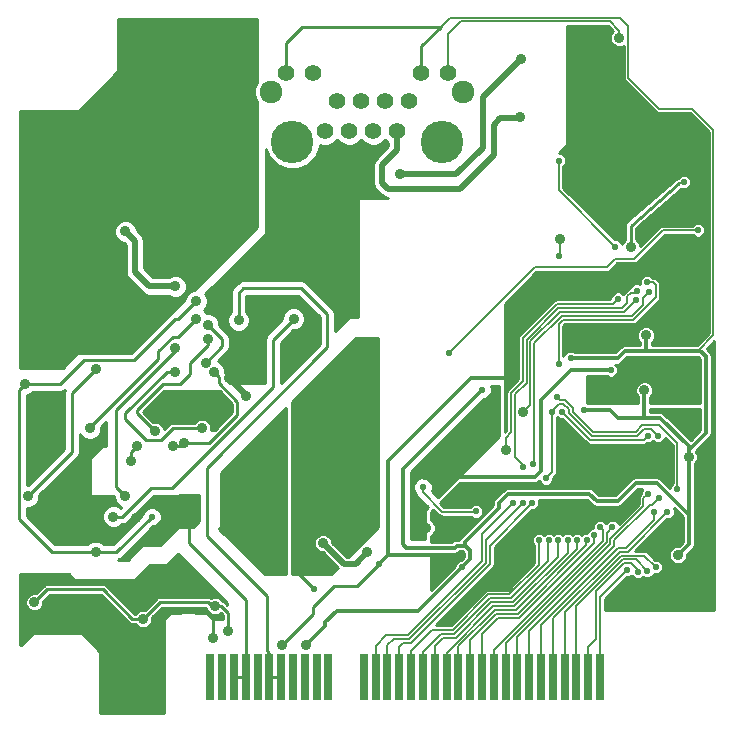
<source format=gbl>
G04 (created by PCBNEW (2013-jul-07)-stable) date Thu 13 Feb 2014 02:22:19 AM EST*
%MOIN*%
G04 Gerber Fmt 3.4, Leading zero omitted, Abs format*
%FSLAX34Y34*%
G01*
G70*
G90*
G04 APERTURE LIST*
%ADD10C,0.00590551*%
%ADD11R,0.0275X0.1574*%
%ADD12C,0.0551*%
%ADD13C,0.1417*%
%ADD14C,0.0757*%
%ADD15C,0.023*%
%ADD16C,0.035*%
%ADD17C,0.0133858*%
%ADD18C,0.006*%
%ADD19C,0.01*%
%ADD20C,0.00984252*%
%ADD21C,0.019685*%
%ADD22C,0.008*%
%ADD23C,0.0114173*%
G04 APERTURE END LIST*
G54D10*
G54D11*
X77441Y-45787D03*
X77834Y-45787D03*
X78228Y-45787D03*
X78622Y-45787D03*
X79015Y-45787D03*
X79409Y-45787D03*
X79803Y-45787D03*
X80197Y-45787D03*
X80590Y-45787D03*
X80984Y-45787D03*
X81378Y-45787D03*
X82559Y-45787D03*
X82952Y-45787D03*
X83346Y-45787D03*
X83740Y-45787D03*
X84134Y-45787D03*
X84527Y-45787D03*
X84921Y-45787D03*
X85315Y-45787D03*
X85708Y-45787D03*
X86102Y-45787D03*
X86496Y-45787D03*
X86889Y-45787D03*
X87283Y-45787D03*
X87677Y-45787D03*
X88071Y-45787D03*
X88464Y-45787D03*
X88858Y-45787D03*
X89252Y-45787D03*
X89645Y-45787D03*
X90039Y-45787D03*
X90433Y-45787D03*
G54D12*
X84077Y-26602D03*
X83677Y-27602D03*
X83277Y-26602D03*
X82877Y-27602D03*
X82477Y-26602D03*
X82077Y-27602D03*
X81677Y-26602D03*
X81277Y-27602D03*
X85377Y-25652D03*
X84477Y-25652D03*
X80877Y-25652D03*
X79977Y-25652D03*
G54D13*
X85177Y-27952D03*
X80177Y-27952D03*
G54D14*
X79477Y-26282D03*
X85877Y-26282D03*
G54D15*
X86496Y-36220D03*
G54D16*
X91968Y-34409D03*
G54D15*
X89448Y-35157D03*
G54D16*
X93031Y-41732D03*
X80629Y-44724D03*
X93385Y-38464D03*
X91909Y-36240D03*
G54D15*
X89881Y-36909D03*
X85826Y-42125D03*
G54D16*
X77519Y-44488D03*
G54D15*
X75787Y-45433D03*
G54D16*
X71358Y-44291D03*
X84645Y-40826D03*
G54D15*
X90787Y-35570D03*
X75492Y-40452D03*
G54D16*
X73622Y-41633D03*
X76968Y-33267D03*
X71259Y-36023D03*
X76279Y-34842D03*
X74606Y-39763D03*
X77362Y-34527D03*
X75590Y-37598D03*
X73425Y-37500D03*
X76968Y-33858D03*
G54D15*
X87539Y-40000D03*
X87854Y-40000D03*
X88169Y-40000D03*
X88405Y-41240D03*
X88720Y-41240D03*
X89035Y-41240D03*
X89350Y-41240D03*
X89665Y-41240D03*
X89980Y-41240D03*
X90236Y-41062D03*
X90433Y-40807D03*
X90846Y-40807D03*
X92027Y-39685D03*
X92401Y-39822D03*
X92224Y-40295D03*
X92677Y-40295D03*
X92283Y-42125D03*
X92007Y-42263D03*
X91692Y-42283D03*
X91338Y-42224D03*
G54D16*
X87283Y-38228D03*
G54D15*
X91023Y-33188D03*
G54D16*
X89094Y-31181D03*
G54D15*
X89055Y-31771D03*
X84527Y-39468D03*
X85393Y-35000D03*
X93700Y-30905D03*
X86299Y-40275D03*
G54D16*
X91062Y-24488D03*
G54D15*
X88622Y-39173D03*
X88838Y-36948D03*
X92362Y-37755D03*
X92007Y-32637D03*
X89055Y-35354D03*
X88996Y-36476D03*
X93011Y-39527D03*
X92027Y-37755D03*
X89153Y-36948D03*
X91653Y-32913D03*
X87874Y-38779D03*
X88188Y-38700D03*
X92047Y-32952D03*
G54D16*
X87874Y-36968D03*
G54D15*
X91614Y-33228D03*
X89055Y-28582D03*
X90944Y-31456D03*
G54D16*
X78385Y-33897D03*
X78641Y-36417D03*
X78070Y-35826D03*
X74606Y-30944D03*
X74960Y-40511D03*
G54D15*
X72440Y-36909D03*
G54D16*
X76279Y-32775D03*
X77362Y-34055D03*
X77283Y-35314D03*
X71358Y-39763D03*
X73622Y-35531D03*
X77165Y-37500D03*
X76279Y-35629D03*
X75393Y-32086D03*
X76082Y-29330D03*
X73228Y-32677D03*
X73622Y-32677D03*
X74015Y-32677D03*
X74409Y-32677D03*
X74409Y-33070D03*
X74015Y-33070D03*
X73622Y-33070D03*
X73228Y-33070D03*
X82677Y-41633D03*
X81200Y-41338D03*
X79409Y-41692D03*
X78897Y-41653D03*
X78385Y-41220D03*
X78897Y-41220D03*
X79409Y-41220D03*
G54D15*
X80905Y-42874D03*
G54D16*
X81397Y-40059D03*
X82775Y-40059D03*
X82381Y-40059D03*
X81594Y-41043D03*
X82185Y-41043D03*
X81889Y-41338D03*
X77165Y-36548D03*
X76968Y-37106D03*
X76476Y-37106D03*
X75984Y-37106D03*
X75590Y-37106D03*
G54D15*
X87834Y-41456D03*
X91062Y-32322D03*
X92244Y-31692D03*
X83070Y-42027D03*
G54D16*
X93267Y-37362D03*
X79842Y-44724D03*
G54D15*
X85787Y-41732D03*
X91535Y-35354D03*
G54D16*
X90787Y-39527D03*
G54D15*
X90433Y-38425D03*
G54D16*
X94114Y-42165D03*
G54D15*
X94114Y-38877D03*
X87322Y-35826D03*
G54D16*
X77559Y-35629D03*
X74803Y-38582D03*
X75000Y-38090D03*
X76181Y-38090D03*
X76574Y-37992D03*
X87755Y-27125D03*
X71574Y-43307D03*
X75196Y-43858D03*
X77598Y-43425D03*
X78031Y-44251D03*
X87795Y-25196D03*
X83759Y-29035D03*
X74212Y-40452D03*
X80216Y-33858D03*
X91456Y-31456D03*
G54D15*
X93228Y-29291D03*
G54D17*
X83858Y-38858D02*
X83858Y-41371D01*
X85649Y-41417D02*
X85582Y-41484D01*
X85582Y-41484D02*
X83971Y-41484D01*
X83971Y-41484D02*
X83858Y-41371D01*
X85925Y-41417D02*
X85649Y-41417D01*
X86496Y-36220D02*
X83858Y-38858D01*
G54D18*
X91377Y-24094D02*
X91377Y-25826D01*
X85433Y-23818D02*
X91102Y-23818D01*
X91102Y-23818D02*
X91377Y-24094D01*
X85137Y-24114D02*
X85433Y-23818D01*
X94212Y-34409D02*
X93700Y-34921D01*
X94212Y-27559D02*
X94212Y-34409D01*
X93503Y-26850D02*
X94212Y-27559D01*
X92401Y-26850D02*
X93503Y-26850D01*
X91377Y-25826D02*
X92401Y-26850D01*
G54D17*
X91968Y-34921D02*
X91968Y-34409D01*
G54D18*
X85118Y-24114D02*
X85137Y-24114D01*
G54D17*
X85925Y-41417D02*
X85925Y-41279D01*
X85925Y-41279D02*
X87047Y-40157D01*
X87047Y-40157D02*
X87047Y-40000D01*
X87047Y-40000D02*
X87362Y-39685D01*
X87362Y-39685D02*
X90078Y-39685D01*
X90078Y-39685D02*
X90314Y-39921D01*
X90314Y-39921D02*
X91023Y-39921D01*
X91023Y-39921D02*
X91614Y-39330D01*
X91614Y-39330D02*
X92322Y-39330D01*
X92322Y-39330D02*
X93385Y-40393D01*
X91023Y-35157D02*
X89448Y-35157D01*
X91259Y-34921D02*
X91968Y-34921D01*
X91023Y-35157D02*
X91259Y-34921D01*
X93385Y-38228D02*
X93385Y-38236D01*
X93964Y-37657D02*
X93385Y-38236D01*
X93964Y-35106D02*
X93964Y-37657D01*
X93779Y-34921D02*
X93964Y-35106D01*
X93700Y-34921D02*
X93779Y-34921D01*
X91968Y-34921D02*
X93700Y-34921D01*
X86082Y-41870D02*
X85826Y-42125D01*
X86082Y-41870D02*
X86082Y-41574D01*
X86082Y-41574D02*
X85925Y-41417D01*
X93031Y-41732D02*
X93385Y-41377D01*
X93385Y-41377D02*
X93385Y-40393D01*
X93385Y-40393D02*
X93385Y-38464D01*
X84370Y-43582D02*
X85826Y-42125D01*
X81653Y-43582D02*
X84370Y-43582D01*
X81259Y-43976D02*
X81653Y-43582D01*
X81259Y-44094D02*
X81259Y-43976D01*
X80629Y-44724D02*
X81259Y-44094D01*
X91909Y-36240D02*
X91909Y-37165D01*
X91909Y-37165D02*
X91889Y-37165D01*
X93385Y-38228D02*
X93385Y-38110D01*
X92440Y-37165D02*
X91889Y-37165D01*
X93385Y-38110D02*
X92440Y-37165D01*
X91023Y-37165D02*
X91889Y-37165D01*
X90767Y-36909D02*
X91023Y-37165D01*
X89881Y-36909D02*
X90767Y-36909D01*
X93385Y-38464D02*
X93385Y-38228D01*
G54D19*
X85118Y-24114D02*
X80511Y-24114D01*
X79977Y-24648D02*
X79977Y-25652D01*
X80511Y-24114D02*
X79977Y-24648D01*
G54D20*
X84477Y-24774D02*
X85137Y-24114D01*
X84477Y-25652D02*
X84477Y-24774D01*
X75944Y-43582D02*
X75236Y-44291D01*
X77244Y-43582D02*
X75944Y-43582D01*
X77519Y-43858D02*
X77244Y-43582D01*
X77519Y-44488D02*
X77519Y-43858D01*
X75787Y-45433D02*
X75787Y-44842D01*
X75787Y-44842D02*
X75236Y-44291D01*
X75236Y-44291D02*
X71358Y-44291D01*
G54D17*
X90787Y-35570D02*
X89468Y-35570D01*
X84173Y-39370D02*
X84173Y-40354D01*
X84173Y-40354D02*
X84645Y-40826D01*
X88464Y-36574D02*
X88464Y-38937D01*
X84527Y-39015D02*
X84173Y-39370D01*
X85393Y-39015D02*
X84527Y-39015D01*
X85511Y-39133D02*
X85393Y-39015D01*
X88267Y-39133D02*
X85511Y-39133D01*
X88464Y-38937D02*
X88267Y-39133D01*
X89468Y-35570D02*
X88464Y-36574D01*
G54D20*
X76377Y-33858D02*
X76279Y-33858D01*
X72440Y-36023D02*
X71259Y-36023D01*
X73228Y-35236D02*
X72440Y-36023D01*
X74901Y-35236D02*
X73228Y-35236D01*
X76279Y-33858D02*
X74901Y-35236D01*
X74311Y-41633D02*
X73622Y-41633D01*
X75492Y-40452D02*
X74311Y-41633D01*
G54D19*
X73622Y-41633D02*
X72165Y-41633D01*
X72165Y-41633D02*
X71062Y-40531D01*
X71062Y-40531D02*
X71062Y-36220D01*
X71062Y-36220D02*
X71259Y-36023D01*
X76968Y-33267D02*
X76377Y-33858D01*
X76279Y-34842D02*
X76279Y-34940D01*
X74311Y-39468D02*
X74606Y-39763D01*
X74311Y-36909D02*
X74311Y-39468D01*
X76279Y-34940D02*
X74311Y-36909D01*
G54D20*
X77362Y-34527D02*
X77362Y-34724D01*
X76771Y-35708D02*
X76437Y-36043D01*
X76771Y-35314D02*
X76771Y-35708D01*
X77362Y-34724D02*
X76771Y-35314D01*
G54D19*
X75000Y-37007D02*
X75000Y-36909D01*
X75590Y-37598D02*
X75000Y-37007D01*
X76437Y-36043D02*
X75866Y-36043D01*
X75866Y-36043D02*
X75000Y-36909D01*
X73425Y-37470D02*
X73425Y-37500D01*
X75688Y-35206D02*
X73425Y-37470D01*
X75688Y-34940D02*
X75688Y-35206D01*
X76181Y-34448D02*
X75688Y-34940D01*
X76377Y-34448D02*
X76181Y-34448D01*
X76968Y-33858D02*
X76377Y-34448D01*
G54D18*
X82952Y-44763D02*
X82952Y-45787D01*
X83307Y-44409D02*
X82952Y-44763D01*
X84015Y-44409D02*
X83307Y-44409D01*
X86496Y-41929D02*
X84015Y-44409D01*
X86496Y-41043D02*
X86496Y-41929D01*
X87539Y-40000D02*
X86496Y-41043D01*
X83346Y-44743D02*
X83346Y-45787D01*
X83551Y-44539D02*
X83346Y-44743D01*
X84069Y-44539D02*
X83551Y-44539D01*
X86626Y-41982D02*
X84069Y-44539D01*
X86626Y-41228D02*
X86626Y-41982D01*
X87854Y-40000D02*
X86626Y-41228D01*
X83740Y-44802D02*
X83740Y-45787D01*
X83873Y-44669D02*
X83740Y-44802D01*
X84123Y-44669D02*
X83873Y-44669D01*
X86756Y-42036D02*
X84123Y-44669D01*
X86756Y-41413D02*
X86756Y-42036D01*
X88169Y-40000D02*
X86756Y-41413D01*
X84134Y-44940D02*
X84134Y-45787D01*
X84846Y-44228D02*
X84134Y-44940D01*
X85515Y-44228D02*
X84846Y-44228D01*
X86704Y-43038D02*
X85515Y-44228D01*
X87413Y-43038D02*
X86704Y-43038D01*
X88405Y-42046D02*
X87413Y-43038D01*
X88405Y-41240D02*
X88405Y-42046D01*
X88405Y-41240D02*
X88405Y-41240D01*
X84527Y-44973D02*
X84527Y-45787D01*
X85143Y-44358D02*
X84527Y-44973D01*
X85569Y-44358D02*
X85143Y-44358D01*
X86758Y-43168D02*
X85569Y-44358D01*
X87466Y-43168D02*
X86758Y-43168D01*
X88713Y-41922D02*
X87466Y-43168D01*
X88713Y-41247D02*
X88713Y-41922D01*
X88720Y-41240D02*
X88713Y-41247D01*
X84921Y-44763D02*
X84921Y-45787D01*
X85196Y-44488D02*
X84921Y-44763D01*
X85622Y-44488D02*
X85196Y-44488D01*
X86812Y-43298D02*
X85622Y-44488D01*
X87520Y-43298D02*
X86812Y-43298D01*
X89031Y-41787D02*
X87520Y-43298D01*
X89031Y-41243D02*
X89031Y-41787D01*
X89035Y-41240D02*
X89031Y-41243D01*
X85315Y-44979D02*
X85315Y-45787D01*
X86866Y-43428D02*
X85315Y-44979D01*
X87574Y-43428D02*
X86866Y-43428D01*
X89350Y-41653D02*
X87574Y-43428D01*
X89350Y-41240D02*
X89350Y-41653D01*
X89350Y-41240D02*
X89350Y-41240D01*
X85708Y-45787D02*
X85708Y-44769D01*
X87628Y-43558D02*
X86919Y-43558D01*
X89668Y-41518D02*
X87628Y-43558D01*
X89668Y-41243D02*
X89668Y-41518D01*
X89665Y-41240D02*
X89668Y-41243D01*
X85708Y-44769D02*
X86919Y-43558D01*
X87682Y-43688D02*
X86973Y-43688D01*
X89967Y-41404D02*
X87682Y-43688D01*
X89967Y-41253D02*
X89967Y-41404D01*
X89980Y-41240D02*
X89967Y-41253D01*
X86102Y-44559D02*
X86102Y-45787D01*
X86973Y-43688D02*
X86102Y-44559D01*
X86496Y-44349D02*
X86496Y-45787D01*
X87027Y-43818D02*
X86496Y-44349D01*
X87736Y-43818D02*
X87027Y-43818D01*
X90236Y-41318D02*
X87736Y-43818D01*
X90236Y-41062D02*
X90236Y-41318D01*
X86889Y-44887D02*
X86889Y-45787D01*
X90518Y-41258D02*
X86889Y-44887D01*
X90518Y-40892D02*
X90518Y-41258D01*
X90433Y-40807D02*
X90518Y-40892D01*
X87283Y-44677D02*
X87283Y-45787D01*
X90648Y-41312D02*
X87283Y-44677D01*
X90648Y-41005D02*
X90648Y-41312D01*
X90846Y-40807D02*
X90648Y-41005D01*
X87677Y-44467D02*
X87677Y-45787D01*
X90778Y-41366D02*
X87677Y-44467D01*
X90778Y-41183D02*
X90778Y-41366D01*
X91876Y-40085D02*
X90778Y-41183D01*
X91876Y-39836D02*
X91876Y-40085D01*
X92027Y-39685D02*
X91876Y-39836D01*
X88071Y-44257D02*
X88071Y-45787D01*
X90908Y-41420D02*
X88071Y-44257D01*
X90908Y-41237D02*
X90908Y-41420D01*
X92086Y-40059D02*
X90908Y-41237D01*
X92165Y-40059D02*
X92086Y-40059D01*
X92401Y-39822D02*
X92165Y-40059D01*
X88464Y-44047D02*
X88464Y-45787D01*
X91028Y-41484D02*
X88464Y-44047D01*
X91304Y-41484D02*
X91028Y-41484D01*
X92221Y-40567D02*
X91304Y-41484D01*
X92221Y-40298D02*
X92221Y-40567D01*
X92224Y-40295D02*
X92221Y-40298D01*
X88858Y-43837D02*
X88858Y-45787D01*
X91082Y-41614D02*
X88858Y-43837D01*
X91358Y-41614D02*
X91082Y-41614D01*
X92677Y-40295D02*
X91358Y-41614D01*
X89252Y-43627D02*
X89252Y-45787D01*
X91132Y-41747D02*
X89252Y-43627D01*
X91905Y-41747D02*
X91132Y-41747D01*
X92283Y-42125D02*
X91905Y-41747D01*
X89645Y-43418D02*
X89645Y-45787D01*
X91186Y-41877D02*
X89645Y-43418D01*
X91621Y-41877D02*
X91186Y-41877D01*
X92007Y-42263D02*
X91621Y-41877D01*
X90039Y-44802D02*
X90039Y-45787D01*
X90303Y-44538D02*
X90039Y-44802D01*
X90303Y-42944D02*
X90303Y-44538D01*
X91240Y-42007D02*
X90303Y-42944D01*
X91476Y-42007D02*
X91240Y-42007D01*
X91692Y-42224D02*
X91476Y-42007D01*
X91692Y-42283D02*
X91692Y-42224D01*
X90433Y-43129D02*
X90433Y-45787D01*
X91338Y-42224D02*
X90433Y-43129D01*
X87283Y-37822D02*
X87468Y-37637D01*
X87468Y-37637D02*
X87468Y-36324D01*
X87468Y-36324D02*
X87850Y-35942D01*
X87850Y-35942D02*
X87850Y-34498D01*
X87850Y-34498D02*
X88986Y-33362D01*
X88986Y-33362D02*
X90850Y-33362D01*
X90850Y-33362D02*
X91023Y-33188D01*
X87283Y-38228D02*
X87283Y-37822D01*
X89094Y-31732D02*
X89094Y-31181D01*
X89055Y-31771D02*
X89094Y-31732D01*
X88248Y-32145D02*
X90649Y-32145D01*
X84527Y-39645D02*
X84527Y-39468D01*
X85177Y-40295D02*
X84527Y-39645D01*
X85393Y-35000D02*
X88248Y-32145D01*
X91574Y-31850D02*
X90944Y-31850D01*
X92519Y-30905D02*
X91574Y-31850D01*
X93700Y-30905D02*
X92519Y-30905D01*
X90649Y-32145D02*
X90944Y-31850D01*
X86279Y-40295D02*
X85177Y-40295D01*
X86299Y-40275D02*
X86279Y-40295D01*
X91062Y-24488D02*
X91062Y-24253D01*
X85377Y-24347D02*
X85377Y-25652D01*
X85785Y-23938D02*
X85377Y-24347D01*
X90748Y-23938D02*
X85785Y-23938D01*
X91062Y-24253D02*
X90748Y-23938D01*
X91062Y-24488D02*
X91061Y-24488D01*
X88838Y-38956D02*
X88838Y-36948D01*
X88622Y-39173D02*
X88838Y-38956D01*
X88838Y-36929D02*
X88838Y-36948D01*
X89074Y-36692D02*
X88838Y-36929D01*
X89212Y-36692D02*
X89074Y-36692D01*
X89389Y-36870D02*
X89212Y-36692D01*
X89389Y-37001D02*
X89389Y-36870D01*
X90152Y-37763D02*
X89389Y-37001D01*
X91673Y-37763D02*
X90152Y-37763D01*
X91897Y-37539D02*
X91673Y-37763D01*
X92145Y-37539D02*
X91897Y-37539D01*
X92362Y-37755D02*
X92145Y-37539D01*
X92007Y-32637D02*
X92204Y-32637D01*
X92204Y-32637D02*
X92283Y-32716D01*
X92283Y-32716D02*
X92283Y-33136D01*
X92283Y-33136D02*
X91538Y-33882D01*
X91538Y-33882D02*
X89202Y-33882D01*
X89202Y-33882D02*
X89055Y-34029D01*
X89055Y-34029D02*
X89055Y-35354D01*
X89082Y-36562D02*
X88996Y-36476D01*
X89266Y-36562D02*
X89082Y-36562D01*
X89519Y-36816D02*
X89266Y-36562D01*
X89519Y-36947D02*
X89519Y-36816D01*
X90206Y-37633D02*
X89519Y-36947D01*
X91619Y-37633D02*
X90206Y-37633D01*
X91843Y-37409D02*
X91619Y-37633D01*
X92409Y-37409D02*
X91843Y-37409D01*
X93011Y-38011D02*
X92409Y-37409D01*
X93011Y-39527D02*
X93011Y-38011D01*
X92027Y-37755D02*
X91889Y-37893D01*
X91889Y-37893D02*
X90098Y-37893D01*
X90098Y-37893D02*
X89153Y-36948D01*
X87980Y-34552D02*
X87980Y-35996D01*
X89040Y-33492D02*
X87980Y-34552D01*
X91166Y-33492D02*
X89040Y-33492D01*
X91338Y-33320D02*
X91166Y-33492D01*
X91338Y-33110D02*
X91338Y-33320D01*
X91456Y-32992D02*
X91338Y-33110D01*
X91574Y-32992D02*
X91456Y-32992D01*
X91653Y-32913D02*
X91574Y-32992D01*
X87874Y-38740D02*
X87598Y-38464D01*
X87598Y-38464D02*
X87598Y-36377D01*
X87874Y-38779D02*
X87874Y-38740D01*
X87980Y-35996D02*
X87598Y-36377D01*
X88240Y-38649D02*
X88240Y-34660D01*
X88188Y-38700D02*
X88240Y-38649D01*
X89148Y-33752D02*
X88240Y-34660D01*
X91484Y-33752D02*
X89148Y-33752D01*
X91850Y-33385D02*
X91484Y-33752D01*
X91850Y-33149D02*
X91850Y-33385D01*
X92047Y-32952D02*
X91850Y-33149D01*
X87874Y-36968D02*
X88110Y-36732D01*
X88110Y-34606D02*
X88110Y-36732D01*
X91614Y-33228D02*
X91220Y-33622D01*
X91220Y-33622D02*
X89094Y-33622D01*
X89094Y-33622D02*
X88110Y-34606D01*
X89055Y-29566D02*
X89055Y-28582D01*
X90944Y-31456D02*
X89055Y-29566D01*
G54D20*
X79409Y-45787D02*
X79409Y-45000D01*
X79409Y-45000D02*
X79330Y-44921D01*
X79330Y-44921D02*
X79330Y-43110D01*
X79330Y-43110D02*
X77322Y-41102D01*
X77322Y-41102D02*
X77322Y-38818D01*
X77322Y-38818D02*
X81338Y-34803D01*
X81338Y-34803D02*
X81338Y-33700D01*
X81338Y-33700D02*
X80472Y-32834D01*
X80472Y-32834D02*
X78543Y-32834D01*
X78543Y-32834D02*
X78385Y-32992D01*
X78385Y-32992D02*
X78385Y-33897D01*
X79803Y-45787D02*
X79409Y-45787D01*
G54D21*
X78641Y-36397D02*
X78641Y-36417D01*
X78070Y-35826D02*
X78641Y-36397D01*
X74921Y-32283D02*
X75413Y-32775D01*
X74921Y-31259D02*
X74921Y-32283D01*
X74606Y-30944D02*
X74921Y-31259D01*
G54D20*
X78622Y-45787D02*
X78622Y-43229D01*
X78622Y-43229D02*
X76732Y-41338D01*
X76732Y-41338D02*
X76732Y-40629D01*
X76732Y-40629D02*
X76062Y-39960D01*
X74960Y-40433D02*
X74960Y-40511D01*
X75433Y-39960D02*
X74960Y-40433D01*
X76062Y-39960D02*
X75433Y-39960D01*
X78228Y-45787D02*
X78622Y-45787D01*
G54D21*
X75413Y-32775D02*
X76279Y-32775D01*
G54D20*
X77834Y-34527D02*
X77362Y-34055D01*
X77834Y-34763D02*
X77834Y-34527D01*
X77283Y-35314D02*
X77834Y-34763D01*
G54D19*
X72834Y-38287D02*
X72834Y-36318D01*
X71358Y-39763D02*
X72834Y-38287D01*
X72834Y-36318D02*
X73622Y-35531D01*
G54D20*
X77165Y-37500D02*
X76181Y-37500D01*
X76181Y-37500D02*
X75787Y-37893D01*
G54D19*
X75984Y-35629D02*
X74606Y-37007D01*
X74606Y-37007D02*
X74606Y-37204D01*
G54D20*
X75787Y-37893D02*
X75295Y-37893D01*
X75295Y-37893D02*
X74606Y-37204D01*
G54D19*
X76279Y-35629D02*
X75984Y-35629D01*
G54D21*
X75393Y-32086D02*
X75393Y-30019D01*
X75393Y-30019D02*
X76082Y-29330D01*
G54D20*
X73622Y-32677D02*
X73228Y-32677D01*
X74409Y-32677D02*
X74015Y-32677D01*
X74015Y-33070D02*
X74409Y-33070D01*
X73228Y-33070D02*
X73622Y-33070D01*
G54D21*
X82677Y-41633D02*
X82283Y-42027D01*
X81889Y-42027D02*
X81200Y-41338D01*
X82283Y-42027D02*
X81889Y-42027D01*
G54D17*
X78897Y-41220D02*
X78897Y-41653D01*
X78897Y-41220D02*
X79409Y-41220D01*
G54D20*
X81397Y-40059D02*
X80531Y-40059D01*
X80531Y-40059D02*
X80157Y-40433D01*
X80157Y-42125D02*
X80157Y-40433D01*
X80905Y-42874D02*
X80157Y-42125D01*
G54D21*
X82775Y-40059D02*
X82381Y-40059D01*
X81889Y-41338D02*
X82185Y-41043D01*
G54D20*
X77165Y-36548D02*
X77165Y-36515D01*
X76476Y-37106D02*
X76968Y-37106D01*
X75590Y-37106D02*
X75984Y-37106D01*
G54D18*
X87322Y-35826D02*
X87322Y-33976D01*
X88976Y-32322D02*
X91062Y-32322D01*
X87322Y-33976D02*
X88976Y-32322D01*
G54D17*
X94192Y-34842D02*
X94192Y-38799D01*
X94114Y-38877D02*
X94192Y-38799D01*
X83366Y-41732D02*
X83366Y-38602D01*
X86141Y-35826D02*
X87322Y-35826D01*
X83366Y-38602D02*
X86141Y-35826D01*
G54D20*
X82342Y-42755D02*
X83070Y-42027D01*
X81574Y-42755D02*
X82342Y-42755D01*
X80866Y-43464D02*
X81574Y-42755D01*
X80866Y-43700D02*
X80866Y-43464D01*
X79842Y-44724D02*
X80866Y-43700D01*
G54D17*
X85787Y-41732D02*
X83661Y-41732D01*
X83661Y-41732D02*
X83366Y-41732D01*
X83366Y-41732D02*
X83070Y-42027D01*
G54D22*
X90787Y-39527D02*
X90433Y-39173D01*
X90433Y-39173D02*
X90433Y-38425D01*
G54D17*
X94114Y-38877D02*
X94114Y-42165D01*
G54D20*
X77401Y-37992D02*
X76574Y-37992D01*
X78346Y-37047D02*
X77401Y-37992D01*
X78346Y-36614D02*
X78346Y-37047D01*
X77716Y-35984D02*
X78346Y-36614D01*
X77716Y-35787D02*
X77716Y-35984D01*
X77559Y-35629D02*
X77716Y-35787D01*
X74803Y-38287D02*
X74803Y-38582D01*
X75000Y-38090D02*
X74803Y-38287D01*
X76476Y-38090D02*
X76181Y-38090D01*
X76574Y-37992D02*
X76476Y-38090D01*
G54D21*
X83677Y-28232D02*
X83677Y-27602D01*
X83169Y-28740D02*
X83677Y-28232D01*
X83169Y-29330D02*
X83169Y-28740D01*
X83366Y-29527D02*
X83169Y-29330D01*
X85767Y-29527D02*
X83366Y-29527D01*
X86889Y-28405D02*
X85767Y-29527D01*
X87106Y-27165D02*
X86889Y-27381D01*
X86889Y-27381D02*
X86889Y-28405D01*
X87716Y-27165D02*
X87106Y-27165D01*
X87755Y-27125D02*
X87716Y-27165D01*
G54D20*
X74842Y-43858D02*
X73858Y-42874D01*
X73858Y-42874D02*
X72007Y-42874D01*
X72007Y-42874D02*
X71574Y-43307D01*
X74842Y-43858D02*
X75196Y-43858D01*
X77598Y-43425D02*
X77480Y-43425D01*
X75748Y-43307D02*
X75196Y-43858D01*
X77362Y-43307D02*
X75748Y-43307D01*
X77480Y-43425D02*
X77362Y-43307D01*
X77795Y-43425D02*
X77598Y-43425D01*
X78031Y-43661D02*
X77795Y-43425D01*
X78031Y-44251D02*
X78031Y-43661D01*
G54D21*
X86515Y-26476D02*
X86515Y-28149D01*
X87795Y-25196D02*
X86515Y-26476D01*
X85629Y-29035D02*
X83759Y-29035D01*
X86515Y-28149D02*
X85629Y-29035D01*
G54D20*
X75452Y-39507D02*
X76161Y-39507D01*
G54D19*
X74212Y-40452D02*
X74507Y-40452D01*
X74507Y-40452D02*
X75452Y-39507D01*
G54D20*
X76161Y-39507D02*
X79527Y-36141D01*
G54D19*
X79527Y-34547D02*
X80216Y-33858D01*
X79527Y-36141D02*
X79527Y-34547D01*
G54D23*
X93070Y-29330D02*
X91456Y-30748D01*
X91456Y-31456D02*
X91456Y-30748D01*
G54D18*
X93188Y-29330D02*
X93070Y-29330D01*
X93228Y-29291D02*
X93188Y-29330D01*
G54D10*
G36*
X85887Y-41789D02*
X85793Y-41882D01*
X85778Y-41882D01*
X85688Y-41919D01*
X85620Y-41987D01*
X85583Y-42077D01*
X85583Y-42092D01*
X84794Y-42881D01*
X84794Y-41679D01*
X85582Y-41679D01*
X85657Y-41664D01*
X85657Y-41664D01*
X85721Y-41622D01*
X85730Y-41612D01*
X85844Y-41612D01*
X85887Y-41655D01*
X85887Y-41789D01*
X85887Y-41789D01*
G37*
G54D19*
X85887Y-41789D02*
X85793Y-41882D01*
X85778Y-41882D01*
X85688Y-41919D01*
X85620Y-41987D01*
X85583Y-42077D01*
X85583Y-42092D01*
X84794Y-42881D01*
X84794Y-41679D01*
X85582Y-41679D01*
X85657Y-41664D01*
X85657Y-41664D01*
X85721Y-41622D01*
X85730Y-41612D01*
X85844Y-41612D01*
X85887Y-41655D01*
X85887Y-41789D01*
G54D10*
G36*
X91841Y-39526D02*
X91821Y-39546D01*
X91783Y-39636D01*
X91783Y-39704D01*
X91764Y-39723D01*
X91729Y-39775D01*
X91717Y-39836D01*
X91717Y-40019D01*
X91057Y-40679D01*
X91053Y-40669D01*
X90984Y-40600D01*
X90895Y-40563D01*
X90798Y-40563D01*
X90708Y-40600D01*
X90639Y-40668D01*
X90639Y-40669D01*
X90571Y-40600D01*
X90481Y-40563D01*
X90384Y-40563D01*
X90295Y-40600D01*
X90226Y-40668D01*
X90189Y-40758D01*
X90189Y-40819D01*
X90187Y-40819D01*
X90098Y-40856D01*
X90029Y-40924D01*
X89999Y-40996D01*
X89932Y-40996D01*
X89842Y-41033D01*
X89822Y-41052D01*
X89803Y-41033D01*
X89714Y-40996D01*
X89617Y-40996D01*
X89527Y-41033D01*
X89507Y-41052D01*
X89488Y-41033D01*
X89399Y-40996D01*
X89302Y-40996D01*
X89212Y-41033D01*
X89192Y-41052D01*
X89173Y-41033D01*
X89084Y-40996D01*
X88987Y-40996D01*
X88897Y-41033D01*
X88877Y-41052D01*
X88858Y-41033D01*
X88769Y-40996D01*
X88672Y-40996D01*
X88582Y-41033D01*
X88563Y-41052D01*
X88543Y-41033D01*
X88454Y-40996D01*
X88357Y-40996D01*
X88267Y-41033D01*
X88198Y-41101D01*
X88161Y-41191D01*
X88161Y-41288D01*
X88198Y-41378D01*
X88246Y-41425D01*
X88246Y-41981D01*
X87347Y-42880D01*
X86704Y-42880D01*
X86643Y-42892D01*
X86592Y-42926D01*
X85449Y-44069D01*
X84947Y-44069D01*
X86868Y-42149D01*
X86868Y-42149D01*
X86902Y-42097D01*
X86914Y-42036D01*
X86914Y-42036D01*
X86914Y-41478D01*
X88150Y-40243D01*
X88217Y-40243D01*
X88307Y-40206D01*
X88375Y-40138D01*
X88412Y-40048D01*
X88413Y-39951D01*
X88383Y-39880D01*
X89997Y-39880D01*
X90176Y-40059D01*
X90240Y-40102D01*
X90240Y-40102D01*
X90314Y-40116D01*
X91023Y-40116D01*
X91098Y-40102D01*
X91098Y-40102D01*
X91161Y-40059D01*
X91695Y-39526D01*
X91841Y-39526D01*
X91841Y-39526D01*
G37*
G54D19*
X91841Y-39526D02*
X91821Y-39546D01*
X91783Y-39636D01*
X91783Y-39704D01*
X91764Y-39723D01*
X91729Y-39775D01*
X91717Y-39836D01*
X91717Y-40019D01*
X91057Y-40679D01*
X91053Y-40669D01*
X90984Y-40600D01*
X90895Y-40563D01*
X90798Y-40563D01*
X90708Y-40600D01*
X90639Y-40668D01*
X90639Y-40669D01*
X90571Y-40600D01*
X90481Y-40563D01*
X90384Y-40563D01*
X90295Y-40600D01*
X90226Y-40668D01*
X90189Y-40758D01*
X90189Y-40819D01*
X90187Y-40819D01*
X90098Y-40856D01*
X90029Y-40924D01*
X89999Y-40996D01*
X89932Y-40996D01*
X89842Y-41033D01*
X89822Y-41052D01*
X89803Y-41033D01*
X89714Y-40996D01*
X89617Y-40996D01*
X89527Y-41033D01*
X89507Y-41052D01*
X89488Y-41033D01*
X89399Y-40996D01*
X89302Y-40996D01*
X89212Y-41033D01*
X89192Y-41052D01*
X89173Y-41033D01*
X89084Y-40996D01*
X88987Y-40996D01*
X88897Y-41033D01*
X88877Y-41052D01*
X88858Y-41033D01*
X88769Y-40996D01*
X88672Y-40996D01*
X88582Y-41033D01*
X88563Y-41052D01*
X88543Y-41033D01*
X88454Y-40996D01*
X88357Y-40996D01*
X88267Y-41033D01*
X88198Y-41101D01*
X88161Y-41191D01*
X88161Y-41288D01*
X88198Y-41378D01*
X88246Y-41425D01*
X88246Y-41981D01*
X87347Y-42880D01*
X86704Y-42880D01*
X86643Y-42892D01*
X86592Y-42926D01*
X85449Y-44069D01*
X84947Y-44069D01*
X86868Y-42149D01*
X86868Y-42149D01*
X86902Y-42097D01*
X86914Y-42036D01*
X86914Y-42036D01*
X86914Y-41478D01*
X88150Y-40243D01*
X88217Y-40243D01*
X88307Y-40206D01*
X88375Y-40138D01*
X88412Y-40048D01*
X88413Y-39951D01*
X88383Y-39880D01*
X89997Y-39880D01*
X90176Y-40059D01*
X90240Y-40102D01*
X90240Y-40102D01*
X90314Y-40116D01*
X91023Y-40116D01*
X91098Y-40102D01*
X91098Y-40102D01*
X91161Y-40059D01*
X91695Y-39526D01*
X91841Y-39526D01*
G54D10*
G36*
X92853Y-39341D02*
X92805Y-39389D01*
X92768Y-39478D01*
X92768Y-39499D01*
X92461Y-39192D01*
X92397Y-39149D01*
X92322Y-39135D01*
X91614Y-39135D01*
X91539Y-39149D01*
X91475Y-39192D01*
X90942Y-39725D01*
X90396Y-39725D01*
X90217Y-39546D01*
X90153Y-39504D01*
X90078Y-39489D01*
X87362Y-39489D01*
X87287Y-39504D01*
X87223Y-39546D01*
X87223Y-39546D01*
X87223Y-39546D01*
X86908Y-39861D01*
X86866Y-39925D01*
X86851Y-40000D01*
X86851Y-40076D01*
X85786Y-41141D01*
X85744Y-41204D01*
X85741Y-41221D01*
X85649Y-41221D01*
X85574Y-41236D01*
X85511Y-41278D01*
X85501Y-41288D01*
X84794Y-41288D01*
X84794Y-41094D01*
X84817Y-41084D01*
X84903Y-40999D01*
X84949Y-40887D01*
X84949Y-40766D01*
X84903Y-40654D01*
X84817Y-40569D01*
X84794Y-40559D01*
X84794Y-40289D01*
X84870Y-40213D01*
X85064Y-40407D01*
X85064Y-40407D01*
X85116Y-40441D01*
X85177Y-40454D01*
X86132Y-40454D01*
X86160Y-40482D01*
X86250Y-40519D01*
X86347Y-40519D01*
X86437Y-40482D01*
X86505Y-40413D01*
X86542Y-40324D01*
X86542Y-40227D01*
X86505Y-40137D01*
X86437Y-40069D01*
X86347Y-40031D01*
X86250Y-40031D01*
X86161Y-40068D01*
X86093Y-40136D01*
X85242Y-40136D01*
X85095Y-39988D01*
X85754Y-39329D01*
X88267Y-39329D01*
X88342Y-39314D01*
X88342Y-39314D01*
X88400Y-39275D01*
X88415Y-39311D01*
X88483Y-39379D01*
X88573Y-39416D01*
X88670Y-39417D01*
X88759Y-39379D01*
X88828Y-39311D01*
X88865Y-39221D01*
X88865Y-39153D01*
X88950Y-39068D01*
X88950Y-39068D01*
X88985Y-39017D01*
X88997Y-38956D01*
X88997Y-38956D01*
X88997Y-37137D01*
X89015Y-37155D01*
X89104Y-37192D01*
X89172Y-37192D01*
X89986Y-38005D01*
X89986Y-38005D01*
X90037Y-38040D01*
X90098Y-38052D01*
X91889Y-38052D01*
X91889Y-38052D01*
X91950Y-38040D01*
X92002Y-38005D01*
X92008Y-37999D01*
X92075Y-37999D01*
X92165Y-37962D01*
X92194Y-37933D01*
X92223Y-37962D01*
X92313Y-37999D01*
X92410Y-37999D01*
X92500Y-37962D01*
X92568Y-37894D01*
X92598Y-37822D01*
X92853Y-38077D01*
X92853Y-39341D01*
X92853Y-39341D01*
G37*
G54D19*
X92853Y-39341D02*
X92805Y-39389D01*
X92768Y-39478D01*
X92768Y-39499D01*
X92461Y-39192D01*
X92397Y-39149D01*
X92322Y-39135D01*
X91614Y-39135D01*
X91539Y-39149D01*
X91475Y-39192D01*
X90942Y-39725D01*
X90396Y-39725D01*
X90217Y-39546D01*
X90153Y-39504D01*
X90078Y-39489D01*
X87362Y-39489D01*
X87287Y-39504D01*
X87223Y-39546D01*
X87223Y-39546D01*
X87223Y-39546D01*
X86908Y-39861D01*
X86866Y-39925D01*
X86851Y-40000D01*
X86851Y-40076D01*
X85786Y-41141D01*
X85744Y-41204D01*
X85741Y-41221D01*
X85649Y-41221D01*
X85574Y-41236D01*
X85511Y-41278D01*
X85501Y-41288D01*
X84794Y-41288D01*
X84794Y-41094D01*
X84817Y-41084D01*
X84903Y-40999D01*
X84949Y-40887D01*
X84949Y-40766D01*
X84903Y-40654D01*
X84817Y-40569D01*
X84794Y-40559D01*
X84794Y-40289D01*
X84870Y-40213D01*
X85064Y-40407D01*
X85064Y-40407D01*
X85116Y-40441D01*
X85177Y-40454D01*
X86132Y-40454D01*
X86160Y-40482D01*
X86250Y-40519D01*
X86347Y-40519D01*
X86437Y-40482D01*
X86505Y-40413D01*
X86542Y-40324D01*
X86542Y-40227D01*
X86505Y-40137D01*
X86437Y-40069D01*
X86347Y-40031D01*
X86250Y-40031D01*
X86161Y-40068D01*
X86093Y-40136D01*
X85242Y-40136D01*
X85095Y-39988D01*
X85754Y-39329D01*
X88267Y-39329D01*
X88342Y-39314D01*
X88342Y-39314D01*
X88400Y-39275D01*
X88415Y-39311D01*
X88483Y-39379D01*
X88573Y-39416D01*
X88670Y-39417D01*
X88759Y-39379D01*
X88828Y-39311D01*
X88865Y-39221D01*
X88865Y-39153D01*
X88950Y-39068D01*
X88950Y-39068D01*
X88985Y-39017D01*
X88997Y-38956D01*
X88997Y-38956D01*
X88997Y-37137D01*
X89015Y-37155D01*
X89104Y-37192D01*
X89172Y-37192D01*
X89986Y-38005D01*
X89986Y-38005D01*
X90037Y-38040D01*
X90098Y-38052D01*
X91889Y-38052D01*
X91889Y-38052D01*
X91950Y-38040D01*
X92002Y-38005D01*
X92008Y-37999D01*
X92075Y-37999D01*
X92165Y-37962D01*
X92194Y-37933D01*
X92223Y-37962D01*
X92313Y-37999D01*
X92410Y-37999D01*
X92500Y-37962D01*
X92568Y-37894D01*
X92598Y-37822D01*
X92853Y-38077D01*
X92853Y-39341D01*
G54D10*
G36*
X93768Y-37576D02*
X93448Y-37896D01*
X92579Y-37026D01*
X92515Y-36984D01*
X92440Y-36969D01*
X92105Y-36969D01*
X92105Y-36861D01*
X93768Y-36861D01*
X93768Y-37576D01*
X93768Y-37576D01*
G37*
G54D19*
X93768Y-37576D02*
X93448Y-37896D01*
X92579Y-37026D01*
X92515Y-36984D01*
X92440Y-36969D01*
X92105Y-36969D01*
X92105Y-36861D01*
X93768Y-36861D01*
X93768Y-37576D01*
G54D10*
G36*
X94053Y-34343D02*
X93671Y-34725D01*
X92164Y-34725D01*
X92164Y-34643D01*
X92225Y-34581D01*
X92272Y-34470D01*
X92272Y-34349D01*
X92226Y-34237D01*
X92140Y-34152D01*
X92029Y-34105D01*
X91908Y-34105D01*
X91796Y-34151D01*
X91711Y-34237D01*
X91664Y-34348D01*
X91664Y-34469D01*
X91710Y-34581D01*
X91772Y-34643D01*
X91772Y-34725D01*
X91259Y-34725D01*
X91184Y-34740D01*
X91121Y-34782D01*
X90942Y-34961D01*
X89597Y-34961D01*
X89587Y-34950D01*
X89497Y-34913D01*
X89400Y-34913D01*
X89310Y-34950D01*
X89242Y-35019D01*
X89213Y-35087D01*
X89213Y-34094D01*
X89267Y-34040D01*
X91538Y-34040D01*
X91538Y-34040D01*
X91598Y-34028D01*
X91650Y-33994D01*
X92395Y-33248D01*
X92395Y-33248D01*
X92430Y-33197D01*
X92442Y-33136D01*
X92442Y-33136D01*
X92442Y-32716D01*
X92442Y-32716D01*
X92430Y-32655D01*
X92395Y-32604D01*
X92395Y-32604D01*
X92316Y-32525D01*
X92265Y-32491D01*
X92204Y-32479D01*
X92193Y-32479D01*
X92146Y-32431D01*
X92056Y-32394D01*
X91959Y-32394D01*
X91869Y-32431D01*
X91801Y-32499D01*
X91764Y-32589D01*
X91764Y-32686D01*
X91768Y-32697D01*
X91702Y-32669D01*
X91605Y-32669D01*
X91515Y-32706D01*
X91447Y-32775D01*
X91419Y-32840D01*
X91419Y-32840D01*
X91395Y-32845D01*
X91344Y-32879D01*
X91226Y-32997D01*
X91206Y-33027D01*
X91161Y-32982D01*
X91072Y-32945D01*
X90975Y-32945D01*
X90885Y-32982D01*
X90817Y-33050D01*
X90779Y-33140D01*
X90779Y-33203D01*
X88986Y-33203D01*
X88926Y-33215D01*
X88895Y-33236D01*
X88874Y-33249D01*
X87737Y-34386D01*
X87703Y-34437D01*
X87691Y-34498D01*
X87691Y-35876D01*
X87356Y-36211D01*
X87321Y-36263D01*
X87309Y-36324D01*
X87309Y-37572D01*
X87254Y-37627D01*
X87254Y-33363D01*
X88313Y-32304D01*
X90649Y-32304D01*
X90649Y-32304D01*
X90710Y-32292D01*
X90761Y-32257D01*
X91010Y-32009D01*
X91574Y-32009D01*
X91574Y-32009D01*
X91635Y-31997D01*
X91687Y-31962D01*
X92585Y-31064D01*
X93514Y-31064D01*
X93562Y-31112D01*
X93652Y-31149D01*
X93749Y-31149D01*
X93838Y-31112D01*
X93907Y-31043D01*
X93944Y-30954D01*
X93944Y-30857D01*
X93907Y-30767D01*
X93839Y-30698D01*
X93749Y-30661D01*
X93652Y-30661D01*
X93562Y-30698D01*
X93514Y-30746D01*
X92519Y-30746D01*
X92458Y-30758D01*
X92407Y-30793D01*
X91760Y-31440D01*
X91760Y-31396D01*
X91714Y-31284D01*
X91642Y-31212D01*
X91642Y-30832D01*
X93138Y-29517D01*
X93179Y-29535D01*
X93276Y-29535D01*
X93366Y-29498D01*
X93434Y-29429D01*
X93472Y-29340D01*
X93472Y-29243D01*
X93435Y-29153D01*
X93366Y-29084D01*
X93277Y-29047D01*
X93180Y-29047D01*
X93090Y-29084D01*
X93022Y-29152D01*
X93010Y-29154D01*
X92947Y-29190D01*
X91334Y-30608D01*
X91330Y-30613D01*
X91325Y-30616D01*
X91308Y-30641D01*
X91289Y-30665D01*
X91288Y-30671D01*
X91285Y-30676D01*
X91279Y-30706D01*
X91271Y-30736D01*
X91272Y-30742D01*
X91270Y-30748D01*
X91270Y-31213D01*
X91199Y-31284D01*
X91168Y-31359D01*
X91151Y-31318D01*
X91083Y-31250D01*
X90993Y-31212D01*
X90925Y-31212D01*
X89213Y-29501D01*
X89213Y-28768D01*
X89261Y-28720D01*
X89298Y-28631D01*
X89298Y-28534D01*
X89261Y-28444D01*
X89193Y-28376D01*
X89103Y-28338D01*
X89054Y-28338D01*
X89321Y-28071D01*
X89321Y-24097D01*
X90682Y-24097D01*
X90853Y-24268D01*
X90805Y-24315D01*
X90759Y-24427D01*
X90759Y-24548D01*
X90805Y-24660D01*
X90890Y-24745D01*
X91002Y-24791D01*
X91123Y-24791D01*
X91219Y-24752D01*
X91219Y-25826D01*
X91231Y-25887D01*
X91265Y-25939D01*
X92289Y-26962D01*
X92289Y-26962D01*
X92340Y-26997D01*
X92401Y-27009D01*
X93438Y-27009D01*
X94053Y-27624D01*
X94053Y-34343D01*
X94053Y-34343D01*
G37*
G54D19*
X94053Y-34343D02*
X93671Y-34725D01*
X92164Y-34725D01*
X92164Y-34643D01*
X92225Y-34581D01*
X92272Y-34470D01*
X92272Y-34349D01*
X92226Y-34237D01*
X92140Y-34152D01*
X92029Y-34105D01*
X91908Y-34105D01*
X91796Y-34151D01*
X91711Y-34237D01*
X91664Y-34348D01*
X91664Y-34469D01*
X91710Y-34581D01*
X91772Y-34643D01*
X91772Y-34725D01*
X91259Y-34725D01*
X91184Y-34740D01*
X91121Y-34782D01*
X90942Y-34961D01*
X89597Y-34961D01*
X89587Y-34950D01*
X89497Y-34913D01*
X89400Y-34913D01*
X89310Y-34950D01*
X89242Y-35019D01*
X89213Y-35087D01*
X89213Y-34094D01*
X89267Y-34040D01*
X91538Y-34040D01*
X91538Y-34040D01*
X91598Y-34028D01*
X91650Y-33994D01*
X92395Y-33248D01*
X92395Y-33248D01*
X92430Y-33197D01*
X92442Y-33136D01*
X92442Y-33136D01*
X92442Y-32716D01*
X92442Y-32716D01*
X92430Y-32655D01*
X92395Y-32604D01*
X92395Y-32604D01*
X92316Y-32525D01*
X92265Y-32491D01*
X92204Y-32479D01*
X92193Y-32479D01*
X92146Y-32431D01*
X92056Y-32394D01*
X91959Y-32394D01*
X91869Y-32431D01*
X91801Y-32499D01*
X91764Y-32589D01*
X91764Y-32686D01*
X91768Y-32697D01*
X91702Y-32669D01*
X91605Y-32669D01*
X91515Y-32706D01*
X91447Y-32775D01*
X91419Y-32840D01*
X91419Y-32840D01*
X91395Y-32845D01*
X91344Y-32879D01*
X91226Y-32997D01*
X91206Y-33027D01*
X91161Y-32982D01*
X91072Y-32945D01*
X90975Y-32945D01*
X90885Y-32982D01*
X90817Y-33050D01*
X90779Y-33140D01*
X90779Y-33203D01*
X88986Y-33203D01*
X88926Y-33215D01*
X88895Y-33236D01*
X88874Y-33249D01*
X87737Y-34386D01*
X87703Y-34437D01*
X87691Y-34498D01*
X87691Y-35876D01*
X87356Y-36211D01*
X87321Y-36263D01*
X87309Y-36324D01*
X87309Y-37572D01*
X87254Y-37627D01*
X87254Y-33363D01*
X88313Y-32304D01*
X90649Y-32304D01*
X90649Y-32304D01*
X90710Y-32292D01*
X90761Y-32257D01*
X91010Y-32009D01*
X91574Y-32009D01*
X91574Y-32009D01*
X91635Y-31997D01*
X91687Y-31962D01*
X92585Y-31064D01*
X93514Y-31064D01*
X93562Y-31112D01*
X93652Y-31149D01*
X93749Y-31149D01*
X93838Y-31112D01*
X93907Y-31043D01*
X93944Y-30954D01*
X93944Y-30857D01*
X93907Y-30767D01*
X93839Y-30698D01*
X93749Y-30661D01*
X93652Y-30661D01*
X93562Y-30698D01*
X93514Y-30746D01*
X92519Y-30746D01*
X92458Y-30758D01*
X92407Y-30793D01*
X91760Y-31440D01*
X91760Y-31396D01*
X91714Y-31284D01*
X91642Y-31212D01*
X91642Y-30832D01*
X93138Y-29517D01*
X93179Y-29535D01*
X93276Y-29535D01*
X93366Y-29498D01*
X93434Y-29429D01*
X93472Y-29340D01*
X93472Y-29243D01*
X93435Y-29153D01*
X93366Y-29084D01*
X93277Y-29047D01*
X93180Y-29047D01*
X93090Y-29084D01*
X93022Y-29152D01*
X93010Y-29154D01*
X92947Y-29190D01*
X91334Y-30608D01*
X91330Y-30613D01*
X91325Y-30616D01*
X91308Y-30641D01*
X91289Y-30665D01*
X91288Y-30671D01*
X91285Y-30676D01*
X91279Y-30706D01*
X91271Y-30736D01*
X91272Y-30742D01*
X91270Y-30748D01*
X91270Y-31213D01*
X91199Y-31284D01*
X91168Y-31359D01*
X91151Y-31318D01*
X91083Y-31250D01*
X90993Y-31212D01*
X90925Y-31212D01*
X89213Y-29501D01*
X89213Y-28768D01*
X89261Y-28720D01*
X89298Y-28631D01*
X89298Y-28534D01*
X89261Y-28444D01*
X89193Y-28376D01*
X89103Y-28338D01*
X89054Y-28338D01*
X89321Y-28071D01*
X89321Y-24097D01*
X90682Y-24097D01*
X90853Y-24268D01*
X90805Y-24315D01*
X90759Y-24427D01*
X90759Y-24548D01*
X90805Y-24660D01*
X90890Y-24745D01*
X91002Y-24791D01*
X91123Y-24791D01*
X91219Y-24752D01*
X91219Y-25826D01*
X91231Y-25887D01*
X91265Y-25939D01*
X92289Y-26962D01*
X92289Y-26962D01*
X92340Y-26997D01*
X92401Y-27009D01*
X93438Y-27009D01*
X94053Y-27624D01*
X94053Y-34343D01*
G54D10*
G36*
X94241Y-43552D02*
X94144Y-43552D01*
X94094Y-43552D01*
X90592Y-43552D01*
X90592Y-43194D01*
X91319Y-42468D01*
X91386Y-42468D01*
X91476Y-42431D01*
X91486Y-42421D01*
X91554Y-42489D01*
X91644Y-42527D01*
X91741Y-42527D01*
X91830Y-42490D01*
X91860Y-42460D01*
X91869Y-42470D01*
X91959Y-42507D01*
X92056Y-42507D01*
X92145Y-42470D01*
X92214Y-42402D01*
X92228Y-42367D01*
X92234Y-42369D01*
X92331Y-42369D01*
X92421Y-42332D01*
X92489Y-42264D01*
X92527Y-42174D01*
X92527Y-42077D01*
X92490Y-41988D01*
X92421Y-41919D01*
X92332Y-41882D01*
X92264Y-41882D01*
X92017Y-41635D01*
X91966Y-41601D01*
X91905Y-41589D01*
X91607Y-41589D01*
X92657Y-40538D01*
X92725Y-40539D01*
X92815Y-40502D01*
X92883Y-40433D01*
X92920Y-40343D01*
X92920Y-40247D01*
X92891Y-40176D01*
X93190Y-40474D01*
X93190Y-41296D01*
X93058Y-41428D01*
X92971Y-41428D01*
X92859Y-41474D01*
X92774Y-41560D01*
X92727Y-41671D01*
X92727Y-41792D01*
X92773Y-41904D01*
X92859Y-41989D01*
X92970Y-42035D01*
X93091Y-42036D01*
X93203Y-41989D01*
X93288Y-41904D01*
X93335Y-41792D01*
X93335Y-41705D01*
X93524Y-41516D01*
X93566Y-41452D01*
X93566Y-41452D01*
X93581Y-41377D01*
X93581Y-40393D01*
X93581Y-38698D01*
X93643Y-38636D01*
X93689Y-38525D01*
X93689Y-38404D01*
X93643Y-38292D01*
X93624Y-38273D01*
X94102Y-37795D01*
X94144Y-37733D01*
X94145Y-37732D01*
X94160Y-37657D01*
X94160Y-35106D01*
X94145Y-35031D01*
X94102Y-34967D01*
X94102Y-34967D01*
X93990Y-34855D01*
X94241Y-34605D01*
X94241Y-43552D01*
X94241Y-43552D01*
G37*
G54D19*
X94241Y-43552D02*
X94144Y-43552D01*
X94094Y-43552D01*
X90592Y-43552D01*
X90592Y-43194D01*
X91319Y-42468D01*
X91386Y-42468D01*
X91476Y-42431D01*
X91486Y-42421D01*
X91554Y-42489D01*
X91644Y-42527D01*
X91741Y-42527D01*
X91830Y-42490D01*
X91860Y-42460D01*
X91869Y-42470D01*
X91959Y-42507D01*
X92056Y-42507D01*
X92145Y-42470D01*
X92214Y-42402D01*
X92228Y-42367D01*
X92234Y-42369D01*
X92331Y-42369D01*
X92421Y-42332D01*
X92489Y-42264D01*
X92527Y-42174D01*
X92527Y-42077D01*
X92490Y-41988D01*
X92421Y-41919D01*
X92332Y-41882D01*
X92264Y-41882D01*
X92017Y-41635D01*
X91966Y-41601D01*
X91905Y-41589D01*
X91607Y-41589D01*
X92657Y-40538D01*
X92725Y-40539D01*
X92815Y-40502D01*
X92883Y-40433D01*
X92920Y-40343D01*
X92920Y-40247D01*
X92891Y-40176D01*
X93190Y-40474D01*
X93190Y-41296D01*
X93058Y-41428D01*
X92971Y-41428D01*
X92859Y-41474D01*
X92774Y-41560D01*
X92727Y-41671D01*
X92727Y-41792D01*
X92773Y-41904D01*
X92859Y-41989D01*
X92970Y-42035D01*
X93091Y-42036D01*
X93203Y-41989D01*
X93288Y-41904D01*
X93335Y-41792D01*
X93335Y-41705D01*
X93524Y-41516D01*
X93566Y-41452D01*
X93566Y-41452D01*
X93581Y-41377D01*
X93581Y-40393D01*
X93581Y-38698D01*
X93643Y-38636D01*
X93689Y-38525D01*
X93689Y-38404D01*
X93643Y-38292D01*
X93624Y-38273D01*
X94102Y-37795D01*
X94144Y-37733D01*
X94145Y-37732D01*
X94160Y-37657D01*
X94160Y-35106D01*
X94145Y-35031D01*
X94102Y-34967D01*
X94102Y-34967D01*
X93990Y-34855D01*
X94241Y-34605D01*
X94241Y-43552D01*
G54D10*
G36*
X93768Y-36662D02*
X92105Y-36662D01*
X92105Y-36474D01*
X92166Y-36412D01*
X92213Y-36300D01*
X92213Y-36180D01*
X92167Y-36068D01*
X92081Y-35982D01*
X91970Y-35936D01*
X91849Y-35936D01*
X91737Y-35982D01*
X91652Y-36067D01*
X91605Y-36179D01*
X91605Y-36300D01*
X91651Y-36411D01*
X91713Y-36474D01*
X91713Y-36662D01*
X90010Y-36662D01*
X90010Y-35766D01*
X90638Y-35766D01*
X90649Y-35777D01*
X90738Y-35814D01*
X90835Y-35814D01*
X90925Y-35777D01*
X90993Y-35709D01*
X91031Y-35619D01*
X91031Y-35522D01*
X90994Y-35432D01*
X90945Y-35384D01*
X91064Y-35384D01*
X91134Y-35314D01*
X91134Y-35314D01*
X91161Y-35295D01*
X91340Y-35116D01*
X91968Y-35116D01*
X93698Y-35116D01*
X93768Y-35187D01*
X93768Y-36662D01*
X93768Y-36662D01*
G37*
G54D19*
X93768Y-36662D02*
X92105Y-36662D01*
X92105Y-36474D01*
X92166Y-36412D01*
X92213Y-36300D01*
X92213Y-36180D01*
X92167Y-36068D01*
X92081Y-35982D01*
X91970Y-35936D01*
X91849Y-35936D01*
X91737Y-35982D01*
X91652Y-36067D01*
X91605Y-36179D01*
X91605Y-36300D01*
X91651Y-36411D01*
X91713Y-36474D01*
X91713Y-36662D01*
X90010Y-36662D01*
X90010Y-35766D01*
X90638Y-35766D01*
X90649Y-35777D01*
X90738Y-35814D01*
X90835Y-35814D01*
X90925Y-35777D01*
X90993Y-35709D01*
X91031Y-35619D01*
X91031Y-35522D01*
X90994Y-35432D01*
X90945Y-35384D01*
X91064Y-35384D01*
X91134Y-35314D01*
X91134Y-35314D01*
X91161Y-35295D01*
X91340Y-35116D01*
X91968Y-35116D01*
X93698Y-35116D01*
X93768Y-35187D01*
X93768Y-36662D01*
G54D10*
G36*
X78001Y-43379D02*
X77921Y-43299D01*
X77863Y-43260D01*
X77858Y-43259D01*
X77856Y-43253D01*
X77770Y-43167D01*
X77659Y-43121D01*
X77538Y-43121D01*
X77451Y-43157D01*
X77430Y-43142D01*
X77362Y-43129D01*
X75748Y-43129D01*
X75679Y-43142D01*
X75660Y-43155D01*
X75622Y-43181D01*
X75248Y-43554D01*
X75136Y-43554D01*
X75025Y-43600D01*
X74945Y-43680D01*
X74916Y-43680D01*
X73984Y-42748D01*
X73926Y-42709D01*
X73858Y-42696D01*
X72007Y-42696D01*
X71939Y-42709D01*
X71920Y-42722D01*
X71882Y-42748D01*
X71626Y-43003D01*
X71514Y-43003D01*
X71402Y-43049D01*
X71317Y-43134D01*
X71271Y-43246D01*
X71271Y-43367D01*
X71317Y-43478D01*
X71402Y-43564D01*
X71514Y-43610D01*
X71634Y-43610D01*
X71746Y-43564D01*
X71832Y-43479D01*
X71878Y-43367D01*
X71878Y-43254D01*
X72081Y-43051D01*
X73784Y-43051D01*
X74716Y-43984D01*
X74716Y-43984D01*
X74755Y-44009D01*
X74774Y-44022D01*
X74774Y-44022D01*
X74842Y-44036D01*
X74842Y-44036D01*
X74945Y-44036D01*
X75024Y-44115D01*
X75136Y-44161D01*
X75257Y-44162D01*
X75368Y-44115D01*
X75454Y-44030D01*
X75500Y-43918D01*
X75500Y-43806D01*
X75821Y-43485D01*
X77288Y-43485D01*
X77298Y-43495D01*
X77340Y-43597D01*
X77426Y-43682D01*
X77537Y-43728D01*
X77658Y-43728D01*
X77770Y-43682D01*
X77785Y-43667D01*
X77853Y-43735D01*
X77853Y-43847D01*
X77579Y-43847D01*
X77382Y-43650D01*
X76964Y-43650D01*
X76879Y-43633D01*
X76864Y-43633D01*
X76850Y-43631D01*
X76535Y-43631D01*
X76520Y-43634D01*
X76506Y-43634D01*
X76422Y-43650D01*
X76121Y-43650D01*
X75894Y-43876D01*
X75894Y-46997D01*
X73770Y-46997D01*
X73770Y-44959D01*
X73150Y-44339D01*
X71534Y-44339D01*
X71140Y-44733D01*
X71112Y-44733D01*
X71112Y-42372D01*
X72715Y-42372D01*
X72912Y-42569D01*
X74922Y-42569D01*
X75414Y-42077D01*
X76004Y-42077D01*
X76377Y-41704D01*
X78001Y-43327D01*
X78001Y-43379D01*
X78001Y-43379D01*
G37*
G54D19*
X78001Y-43379D02*
X77921Y-43299D01*
X77863Y-43260D01*
X77858Y-43259D01*
X77856Y-43253D01*
X77770Y-43167D01*
X77659Y-43121D01*
X77538Y-43121D01*
X77451Y-43157D01*
X77430Y-43142D01*
X77362Y-43129D01*
X75748Y-43129D01*
X75679Y-43142D01*
X75660Y-43155D01*
X75622Y-43181D01*
X75248Y-43554D01*
X75136Y-43554D01*
X75025Y-43600D01*
X74945Y-43680D01*
X74916Y-43680D01*
X73984Y-42748D01*
X73926Y-42709D01*
X73858Y-42696D01*
X72007Y-42696D01*
X71939Y-42709D01*
X71920Y-42722D01*
X71882Y-42748D01*
X71626Y-43003D01*
X71514Y-43003D01*
X71402Y-43049D01*
X71317Y-43134D01*
X71271Y-43246D01*
X71271Y-43367D01*
X71317Y-43478D01*
X71402Y-43564D01*
X71514Y-43610D01*
X71634Y-43610D01*
X71746Y-43564D01*
X71832Y-43479D01*
X71878Y-43367D01*
X71878Y-43254D01*
X72081Y-43051D01*
X73784Y-43051D01*
X74716Y-43984D01*
X74716Y-43984D01*
X74755Y-44009D01*
X74774Y-44022D01*
X74774Y-44022D01*
X74842Y-44036D01*
X74842Y-44036D01*
X74945Y-44036D01*
X75024Y-44115D01*
X75136Y-44161D01*
X75257Y-44162D01*
X75368Y-44115D01*
X75454Y-44030D01*
X75500Y-43918D01*
X75500Y-43806D01*
X75821Y-43485D01*
X77288Y-43485D01*
X77298Y-43495D01*
X77340Y-43597D01*
X77426Y-43682D01*
X77537Y-43728D01*
X77658Y-43728D01*
X77770Y-43682D01*
X77785Y-43667D01*
X77853Y-43735D01*
X77853Y-43847D01*
X77579Y-43847D01*
X77382Y-43650D01*
X76964Y-43650D01*
X76879Y-43633D01*
X76864Y-43633D01*
X76850Y-43631D01*
X76535Y-43631D01*
X76520Y-43634D01*
X76506Y-43634D01*
X76422Y-43650D01*
X76121Y-43650D01*
X75894Y-43876D01*
X75894Y-46997D01*
X73770Y-46997D01*
X73770Y-44959D01*
X73150Y-44339D01*
X71534Y-44339D01*
X71140Y-44733D01*
X71112Y-44733D01*
X71112Y-42372D01*
X72715Y-42372D01*
X72912Y-42569D01*
X74922Y-42569D01*
X75414Y-42077D01*
X76004Y-42077D01*
X76377Y-41704D01*
X78001Y-43327D01*
X78001Y-43379D01*
G54D10*
G36*
X72596Y-36222D02*
X72577Y-36318D01*
X72577Y-38180D01*
X71376Y-39381D01*
X71320Y-39381D01*
X71320Y-36406D01*
X71335Y-36406D01*
X71476Y-36348D01*
X71544Y-36280D01*
X72440Y-36280D01*
X72440Y-36280D01*
X72440Y-36280D01*
X72522Y-36264D01*
X72539Y-36260D01*
X72539Y-36260D01*
X72596Y-36222D01*
X72596Y-36222D01*
G37*
G54D19*
X72596Y-36222D02*
X72577Y-36318D01*
X72577Y-38180D01*
X71376Y-39381D01*
X71320Y-39381D01*
X71320Y-36406D01*
X71335Y-36406D01*
X71476Y-36348D01*
X71544Y-36280D01*
X72440Y-36280D01*
X72440Y-36280D01*
X72440Y-36280D01*
X72522Y-36264D01*
X72539Y-36260D01*
X72539Y-36260D01*
X72596Y-36222D01*
G54D10*
G36*
X77066Y-40579D02*
X76849Y-40796D01*
X76357Y-40796D01*
X75766Y-41387D01*
X75176Y-41387D01*
X74684Y-41879D01*
X74368Y-41879D01*
X74392Y-41874D01*
X74409Y-41871D01*
X74409Y-41871D01*
X74492Y-41815D01*
X75532Y-40775D01*
X75555Y-40775D01*
X75674Y-40726D01*
X75765Y-40635D01*
X75814Y-40517D01*
X75814Y-40388D01*
X75765Y-40270D01*
X75675Y-40179D01*
X75556Y-40130D01*
X75428Y-40130D01*
X75309Y-40179D01*
X75218Y-40269D01*
X75169Y-40388D01*
X75169Y-40412D01*
X74204Y-41377D01*
X73906Y-41377D01*
X73838Y-41309D01*
X73698Y-41251D01*
X73546Y-41251D01*
X73405Y-41309D01*
X73338Y-41376D01*
X72272Y-41376D01*
X71320Y-40424D01*
X71320Y-40146D01*
X71434Y-40146D01*
X71574Y-40088D01*
X71682Y-39980D01*
X71740Y-39840D01*
X71740Y-39745D01*
X73016Y-38469D01*
X73016Y-38469D01*
X73016Y-38469D01*
X73072Y-38385D01*
X73072Y-38385D01*
X73088Y-38303D01*
X73092Y-38287D01*
X73092Y-38287D01*
X73092Y-38287D01*
X73092Y-37695D01*
X73100Y-37716D01*
X73208Y-37824D01*
X73348Y-37882D01*
X73500Y-37882D01*
X73641Y-37824D01*
X73749Y-37716D01*
X73807Y-37576D01*
X73807Y-37452D01*
X73965Y-37294D01*
X73965Y-38069D01*
X73955Y-38079D01*
X73831Y-38079D01*
X73414Y-38496D01*
X73414Y-39774D01*
X74223Y-39774D01*
X74223Y-39839D01*
X74281Y-39980D01*
X74389Y-40087D01*
X74473Y-40122D01*
X74448Y-40147D01*
X74429Y-40128D01*
X74289Y-40070D01*
X74136Y-40070D01*
X73996Y-40128D01*
X73888Y-40235D01*
X73830Y-40376D01*
X73830Y-40528D01*
X73888Y-40669D01*
X73995Y-40776D01*
X74136Y-40835D01*
X74288Y-40835D01*
X74428Y-40777D01*
X74496Y-40710D01*
X74507Y-40710D01*
X74606Y-40690D01*
X74689Y-40634D01*
X75550Y-39774D01*
X76365Y-39774D01*
X76424Y-39715D01*
X77066Y-39715D01*
X77066Y-40579D01*
X77066Y-40579D01*
G37*
G54D19*
X77066Y-40579D02*
X76849Y-40796D01*
X76357Y-40796D01*
X75766Y-41387D01*
X75176Y-41387D01*
X74684Y-41879D01*
X74368Y-41879D01*
X74392Y-41874D01*
X74409Y-41871D01*
X74409Y-41871D01*
X74492Y-41815D01*
X75532Y-40775D01*
X75555Y-40775D01*
X75674Y-40726D01*
X75765Y-40635D01*
X75814Y-40517D01*
X75814Y-40388D01*
X75765Y-40270D01*
X75675Y-40179D01*
X75556Y-40130D01*
X75428Y-40130D01*
X75309Y-40179D01*
X75218Y-40269D01*
X75169Y-40388D01*
X75169Y-40412D01*
X74204Y-41377D01*
X73906Y-41377D01*
X73838Y-41309D01*
X73698Y-41251D01*
X73546Y-41251D01*
X73405Y-41309D01*
X73338Y-41376D01*
X72272Y-41376D01*
X71320Y-40424D01*
X71320Y-40146D01*
X71434Y-40146D01*
X71574Y-40088D01*
X71682Y-39980D01*
X71740Y-39840D01*
X71740Y-39745D01*
X73016Y-38469D01*
X73016Y-38469D01*
X73016Y-38469D01*
X73072Y-38385D01*
X73072Y-38385D01*
X73088Y-38303D01*
X73092Y-38287D01*
X73092Y-38287D01*
X73092Y-38287D01*
X73092Y-37695D01*
X73100Y-37716D01*
X73208Y-37824D01*
X73348Y-37882D01*
X73500Y-37882D01*
X73641Y-37824D01*
X73749Y-37716D01*
X73807Y-37576D01*
X73807Y-37452D01*
X73965Y-37294D01*
X73965Y-38069D01*
X73955Y-38079D01*
X73831Y-38079D01*
X73414Y-38496D01*
X73414Y-39774D01*
X74223Y-39774D01*
X74223Y-39839D01*
X74281Y-39980D01*
X74389Y-40087D01*
X74473Y-40122D01*
X74448Y-40147D01*
X74429Y-40128D01*
X74289Y-40070D01*
X74136Y-40070D01*
X73996Y-40128D01*
X73888Y-40235D01*
X73830Y-40376D01*
X73830Y-40528D01*
X73888Y-40669D01*
X73995Y-40776D01*
X74136Y-40835D01*
X74288Y-40835D01*
X74428Y-40777D01*
X74496Y-40710D01*
X74507Y-40710D01*
X74606Y-40690D01*
X74689Y-40634D01*
X75550Y-39774D01*
X76365Y-39774D01*
X76424Y-39715D01*
X77066Y-39715D01*
X77066Y-40579D01*
G54D10*
G36*
X83371Y-28105D02*
X82952Y-28523D01*
X82886Y-28623D01*
X82863Y-28740D01*
X82863Y-29330D01*
X82886Y-29447D01*
X82952Y-29547D01*
X83149Y-29743D01*
X83149Y-29743D01*
X83249Y-29810D01*
X83358Y-29831D01*
X82368Y-29831D01*
X82368Y-33808D01*
X82065Y-33808D01*
X81595Y-34278D01*
X81595Y-33700D01*
X81595Y-33700D01*
X81595Y-33700D01*
X81575Y-33602D01*
X81520Y-33519D01*
X81520Y-33519D01*
X80653Y-32653D01*
X80570Y-32597D01*
X80554Y-32594D01*
X80472Y-32577D01*
X80472Y-32577D01*
X78543Y-32577D01*
X78445Y-32597D01*
X78361Y-32653D01*
X78361Y-32653D01*
X78204Y-32810D01*
X78148Y-32893D01*
X78145Y-32910D01*
X78129Y-32992D01*
X78129Y-32992D01*
X78129Y-33613D01*
X78061Y-33680D01*
X78003Y-33821D01*
X78003Y-33973D01*
X78061Y-34114D01*
X78168Y-34221D01*
X78309Y-34280D01*
X78461Y-34280D01*
X78602Y-34222D01*
X78709Y-34114D01*
X78768Y-33974D01*
X78768Y-33821D01*
X78710Y-33681D01*
X78642Y-33613D01*
X78642Y-33098D01*
X78649Y-33091D01*
X80366Y-33091D01*
X81081Y-33807D01*
X81081Y-34696D01*
X79785Y-35993D01*
X79785Y-34653D01*
X80198Y-34240D01*
X80292Y-34240D01*
X80432Y-34182D01*
X80540Y-34075D01*
X80598Y-33934D01*
X80599Y-33782D01*
X80540Y-33641D01*
X80433Y-33534D01*
X80292Y-33475D01*
X80140Y-33475D01*
X80000Y-33533D01*
X79892Y-33641D01*
X79834Y-33781D01*
X79834Y-33876D01*
X79345Y-34365D01*
X79289Y-34448D01*
X79270Y-34547D01*
X79270Y-36012D01*
X78108Y-36012D01*
X77973Y-35877D01*
X77973Y-35787D01*
X77953Y-35689D01*
X77953Y-35689D01*
X77941Y-35670D01*
X77941Y-35670D01*
X77941Y-35554D01*
X77883Y-35413D01*
X77775Y-35305D01*
X77690Y-35270D01*
X78016Y-34945D01*
X78016Y-34945D01*
X78016Y-34945D01*
X78071Y-34862D01*
X78091Y-34763D01*
X78091Y-34763D01*
X78091Y-34763D01*
X78091Y-34527D01*
X78071Y-34429D01*
X78071Y-34429D01*
X78016Y-34346D01*
X78016Y-34346D01*
X77744Y-34074D01*
X77744Y-33979D01*
X77686Y-33838D01*
X77579Y-33731D01*
X77438Y-33672D01*
X77305Y-33672D01*
X77292Y-33641D01*
X77214Y-33562D01*
X77292Y-33484D01*
X77350Y-33344D01*
X77351Y-33191D01*
X77292Y-33051D01*
X77274Y-33032D01*
X79282Y-31024D01*
X79282Y-28185D01*
X79400Y-28470D01*
X79657Y-28728D01*
X79994Y-28868D01*
X80358Y-28868D01*
X80695Y-28729D01*
X80953Y-28472D01*
X81092Y-28135D01*
X81093Y-28049D01*
X81180Y-28085D01*
X81372Y-28085D01*
X81550Y-28012D01*
X81677Y-27885D01*
X81803Y-28011D01*
X81980Y-28085D01*
X82172Y-28085D01*
X82350Y-28012D01*
X82477Y-27885D01*
X82603Y-28011D01*
X82780Y-28085D01*
X82972Y-28085D01*
X83150Y-28012D01*
X83277Y-27885D01*
X83371Y-27979D01*
X83371Y-28105D01*
X83371Y-28105D01*
G37*
G54D19*
X83371Y-28105D02*
X82952Y-28523D01*
X82886Y-28623D01*
X82863Y-28740D01*
X82863Y-29330D01*
X82886Y-29447D01*
X82952Y-29547D01*
X83149Y-29743D01*
X83149Y-29743D01*
X83249Y-29810D01*
X83358Y-29831D01*
X82368Y-29831D01*
X82368Y-33808D01*
X82065Y-33808D01*
X81595Y-34278D01*
X81595Y-33700D01*
X81595Y-33700D01*
X81595Y-33700D01*
X81575Y-33602D01*
X81520Y-33519D01*
X81520Y-33519D01*
X80653Y-32653D01*
X80570Y-32597D01*
X80554Y-32594D01*
X80472Y-32577D01*
X80472Y-32577D01*
X78543Y-32577D01*
X78445Y-32597D01*
X78361Y-32653D01*
X78361Y-32653D01*
X78204Y-32810D01*
X78148Y-32893D01*
X78145Y-32910D01*
X78129Y-32992D01*
X78129Y-32992D01*
X78129Y-33613D01*
X78061Y-33680D01*
X78003Y-33821D01*
X78003Y-33973D01*
X78061Y-34114D01*
X78168Y-34221D01*
X78309Y-34280D01*
X78461Y-34280D01*
X78602Y-34222D01*
X78709Y-34114D01*
X78768Y-33974D01*
X78768Y-33821D01*
X78710Y-33681D01*
X78642Y-33613D01*
X78642Y-33098D01*
X78649Y-33091D01*
X80366Y-33091D01*
X81081Y-33807D01*
X81081Y-34696D01*
X79785Y-35993D01*
X79785Y-34653D01*
X80198Y-34240D01*
X80292Y-34240D01*
X80432Y-34182D01*
X80540Y-34075D01*
X80598Y-33934D01*
X80599Y-33782D01*
X80540Y-33641D01*
X80433Y-33534D01*
X80292Y-33475D01*
X80140Y-33475D01*
X80000Y-33533D01*
X79892Y-33641D01*
X79834Y-33781D01*
X79834Y-33876D01*
X79345Y-34365D01*
X79289Y-34448D01*
X79270Y-34547D01*
X79270Y-36012D01*
X78108Y-36012D01*
X77973Y-35877D01*
X77973Y-35787D01*
X77953Y-35689D01*
X77953Y-35689D01*
X77941Y-35670D01*
X77941Y-35670D01*
X77941Y-35554D01*
X77883Y-35413D01*
X77775Y-35305D01*
X77690Y-35270D01*
X78016Y-34945D01*
X78016Y-34945D01*
X78016Y-34945D01*
X78071Y-34862D01*
X78091Y-34763D01*
X78091Y-34763D01*
X78091Y-34763D01*
X78091Y-34527D01*
X78071Y-34429D01*
X78071Y-34429D01*
X78016Y-34346D01*
X78016Y-34346D01*
X77744Y-34074D01*
X77744Y-33979D01*
X77686Y-33838D01*
X77579Y-33731D01*
X77438Y-33672D01*
X77305Y-33672D01*
X77292Y-33641D01*
X77214Y-33562D01*
X77292Y-33484D01*
X77350Y-33344D01*
X77351Y-33191D01*
X77292Y-33051D01*
X77274Y-33032D01*
X79282Y-31024D01*
X79282Y-28185D01*
X79400Y-28470D01*
X79657Y-28728D01*
X79994Y-28868D01*
X80358Y-28868D01*
X80695Y-28729D01*
X80953Y-28472D01*
X81092Y-28135D01*
X81093Y-28049D01*
X81180Y-28085D01*
X81372Y-28085D01*
X81550Y-28012D01*
X81677Y-27885D01*
X81803Y-28011D01*
X81980Y-28085D01*
X82172Y-28085D01*
X82350Y-28012D01*
X82477Y-27885D01*
X82603Y-28011D01*
X82780Y-28085D01*
X82972Y-28085D01*
X83150Y-28012D01*
X83277Y-27885D01*
X83371Y-27979D01*
X83371Y-28105D01*
G54D10*
G36*
X79969Y-42371D02*
X79252Y-42371D01*
X77728Y-40846D01*
X77805Y-40768D01*
X77805Y-38997D01*
X79969Y-36833D01*
X79969Y-42371D01*
X79969Y-42371D01*
G37*
G54D19*
X79969Y-42371D02*
X79252Y-42371D01*
X77728Y-40846D01*
X77805Y-40768D01*
X77805Y-38997D01*
X79969Y-36833D01*
X79969Y-42371D01*
G54D10*
G36*
X83020Y-40812D02*
X82033Y-41800D01*
X81983Y-41800D01*
X81504Y-41321D01*
X81504Y-41278D01*
X81458Y-41166D01*
X81373Y-41081D01*
X81261Y-41034D01*
X81140Y-41034D01*
X81028Y-41080D01*
X80943Y-41166D01*
X80897Y-41277D01*
X80896Y-41398D01*
X80943Y-41510D01*
X81028Y-41595D01*
X81140Y-41642D01*
X81183Y-41642D01*
X81687Y-42146D01*
X81462Y-42371D01*
X80168Y-42371D01*
X80168Y-36811D01*
X80168Y-36634D01*
X82304Y-34498D01*
X83020Y-34498D01*
X83020Y-40812D01*
X83020Y-40812D01*
G37*
G54D19*
X83020Y-40812D02*
X82033Y-41800D01*
X81983Y-41800D01*
X81504Y-41321D01*
X81504Y-41278D01*
X81458Y-41166D01*
X81373Y-41081D01*
X81261Y-41034D01*
X81140Y-41034D01*
X81028Y-41080D01*
X80943Y-41166D01*
X80897Y-41277D01*
X80896Y-41398D01*
X80943Y-41510D01*
X81028Y-41595D01*
X81140Y-41642D01*
X81183Y-41642D01*
X81687Y-42146D01*
X81462Y-42371D01*
X80168Y-42371D01*
X80168Y-36811D01*
X80168Y-36634D01*
X82304Y-34498D01*
X83020Y-34498D01*
X83020Y-40812D01*
G54D10*
G36*
X78985Y-30786D02*
X76882Y-32889D01*
X76752Y-32943D01*
X76662Y-33033D01*
X76662Y-32699D01*
X76603Y-32559D01*
X76496Y-32451D01*
X76355Y-32393D01*
X76203Y-32393D01*
X76063Y-32451D01*
X76044Y-32469D01*
X75540Y-32469D01*
X75227Y-32156D01*
X75227Y-31259D01*
X75227Y-31259D01*
X75203Y-31142D01*
X75137Y-31043D01*
X75137Y-31043D01*
X74988Y-30894D01*
X74988Y-30869D01*
X74930Y-30728D01*
X74823Y-30620D01*
X74682Y-30562D01*
X74530Y-30562D01*
X74389Y-30620D01*
X74282Y-30727D01*
X74223Y-30868D01*
X74223Y-31020D01*
X74281Y-31161D01*
X74389Y-31268D01*
X74529Y-31327D01*
X74556Y-31327D01*
X74615Y-31386D01*
X74615Y-32283D01*
X74638Y-32400D01*
X74704Y-32499D01*
X75197Y-32991D01*
X75197Y-32991D01*
X75296Y-33058D01*
X75413Y-33081D01*
X75413Y-33081D01*
X76044Y-33081D01*
X76062Y-33099D01*
X76203Y-33158D01*
X76355Y-33158D01*
X76495Y-33100D01*
X76603Y-32992D01*
X76661Y-32852D01*
X76662Y-32699D01*
X76662Y-33033D01*
X76644Y-33050D01*
X76590Y-33181D01*
X74792Y-34979D01*
X73228Y-34979D01*
X73178Y-34989D01*
X73010Y-34989D01*
X72518Y-35481D01*
X71112Y-35481D01*
X71112Y-27460D01*
X71112Y-26920D01*
X73052Y-26920D01*
X74361Y-25611D01*
X74361Y-23868D01*
X78985Y-23868D01*
X78985Y-25945D01*
X78980Y-25950D01*
X78891Y-26165D01*
X78891Y-26398D01*
X78980Y-26614D01*
X78985Y-26619D01*
X78985Y-30786D01*
X78985Y-30786D01*
G37*
G54D19*
X78985Y-30786D02*
X76882Y-32889D01*
X76752Y-32943D01*
X76662Y-33033D01*
X76662Y-32699D01*
X76603Y-32559D01*
X76496Y-32451D01*
X76355Y-32393D01*
X76203Y-32393D01*
X76063Y-32451D01*
X76044Y-32469D01*
X75540Y-32469D01*
X75227Y-32156D01*
X75227Y-31259D01*
X75227Y-31259D01*
X75203Y-31142D01*
X75137Y-31043D01*
X75137Y-31043D01*
X74988Y-30894D01*
X74988Y-30869D01*
X74930Y-30728D01*
X74823Y-30620D01*
X74682Y-30562D01*
X74530Y-30562D01*
X74389Y-30620D01*
X74282Y-30727D01*
X74223Y-30868D01*
X74223Y-31020D01*
X74281Y-31161D01*
X74389Y-31268D01*
X74529Y-31327D01*
X74556Y-31327D01*
X74615Y-31386D01*
X74615Y-32283D01*
X74638Y-32400D01*
X74704Y-32499D01*
X75197Y-32991D01*
X75197Y-32991D01*
X75296Y-33058D01*
X75413Y-33081D01*
X75413Y-33081D01*
X76044Y-33081D01*
X76062Y-33099D01*
X76203Y-33158D01*
X76355Y-33158D01*
X76495Y-33100D01*
X76603Y-32992D01*
X76661Y-32852D01*
X76662Y-32699D01*
X76662Y-33033D01*
X76644Y-33050D01*
X76590Y-33181D01*
X74792Y-34979D01*
X73228Y-34979D01*
X73178Y-34989D01*
X73010Y-34989D01*
X72518Y-35481D01*
X71112Y-35481D01*
X71112Y-27460D01*
X71112Y-26920D01*
X73052Y-26920D01*
X74361Y-25611D01*
X74361Y-23868D01*
X78985Y-23868D01*
X78985Y-25945D01*
X78980Y-25950D01*
X78891Y-26165D01*
X78891Y-26398D01*
X78980Y-26614D01*
X78985Y-26619D01*
X78985Y-30786D01*
G54D10*
G36*
X78168Y-36973D02*
X77593Y-37548D01*
X77469Y-37548D01*
X77469Y-37439D01*
X77423Y-37328D01*
X77337Y-37242D01*
X77226Y-37196D01*
X77105Y-37196D01*
X76993Y-37242D01*
X76913Y-37322D01*
X76181Y-37322D01*
X76124Y-37333D01*
X76113Y-37335D01*
X76055Y-37374D01*
X75893Y-37536D01*
X75848Y-37426D01*
X75762Y-37341D01*
X75651Y-37294D01*
X75539Y-37294D01*
X75203Y-36958D01*
X75891Y-36270D01*
X77751Y-36270D01*
X78168Y-36687D01*
X78168Y-36973D01*
X78168Y-36973D01*
G37*
G54D19*
X78168Y-36973D02*
X77593Y-37548D01*
X77469Y-37548D01*
X77469Y-37439D01*
X77423Y-37328D01*
X77337Y-37242D01*
X77226Y-37196D01*
X77105Y-37196D01*
X76993Y-37242D01*
X76913Y-37322D01*
X76181Y-37322D01*
X76124Y-37333D01*
X76113Y-37335D01*
X76055Y-37374D01*
X75893Y-37536D01*
X75848Y-37426D01*
X75762Y-37341D01*
X75651Y-37294D01*
X75539Y-37294D01*
X75203Y-36958D01*
X75891Y-36270D01*
X77751Y-36270D01*
X78168Y-36687D01*
X78168Y-36973D01*
G54D10*
G36*
X87056Y-37770D02*
X87055Y-37775D01*
X85024Y-39806D01*
X84820Y-39603D01*
X84849Y-39532D01*
X84850Y-39404D01*
X84801Y-39286D01*
X84710Y-39195D01*
X84591Y-39146D01*
X84463Y-39145D01*
X84345Y-39194D01*
X84254Y-39285D01*
X84205Y-39404D01*
X84205Y-39532D01*
X84254Y-39650D01*
X84300Y-39697D01*
X84308Y-39736D01*
X84359Y-39813D01*
X84688Y-40142D01*
X84595Y-40235D01*
X84595Y-41209D01*
X84132Y-41209D01*
X84132Y-38971D01*
X86562Y-36541D01*
X86678Y-36494D01*
X86769Y-36403D01*
X86818Y-36284D01*
X86818Y-36156D01*
X86795Y-36101D01*
X87056Y-36101D01*
X87056Y-37770D01*
X87056Y-37770D01*
G37*
G54D19*
X87056Y-37770D02*
X87055Y-37775D01*
X85024Y-39806D01*
X84820Y-39603D01*
X84849Y-39532D01*
X84850Y-39404D01*
X84801Y-39286D01*
X84710Y-39195D01*
X84591Y-39146D01*
X84463Y-39145D01*
X84345Y-39194D01*
X84254Y-39285D01*
X84205Y-39404D01*
X84205Y-39532D01*
X84254Y-39650D01*
X84300Y-39697D01*
X84308Y-39736D01*
X84359Y-39813D01*
X84688Y-40142D01*
X84595Y-40235D01*
X84595Y-41209D01*
X84132Y-41209D01*
X84132Y-38971D01*
X86562Y-36541D01*
X86678Y-36494D01*
X86769Y-36403D01*
X86818Y-36284D01*
X86818Y-36156D01*
X86795Y-36101D01*
X87056Y-36101D01*
X87056Y-37770D01*
M02*

</source>
